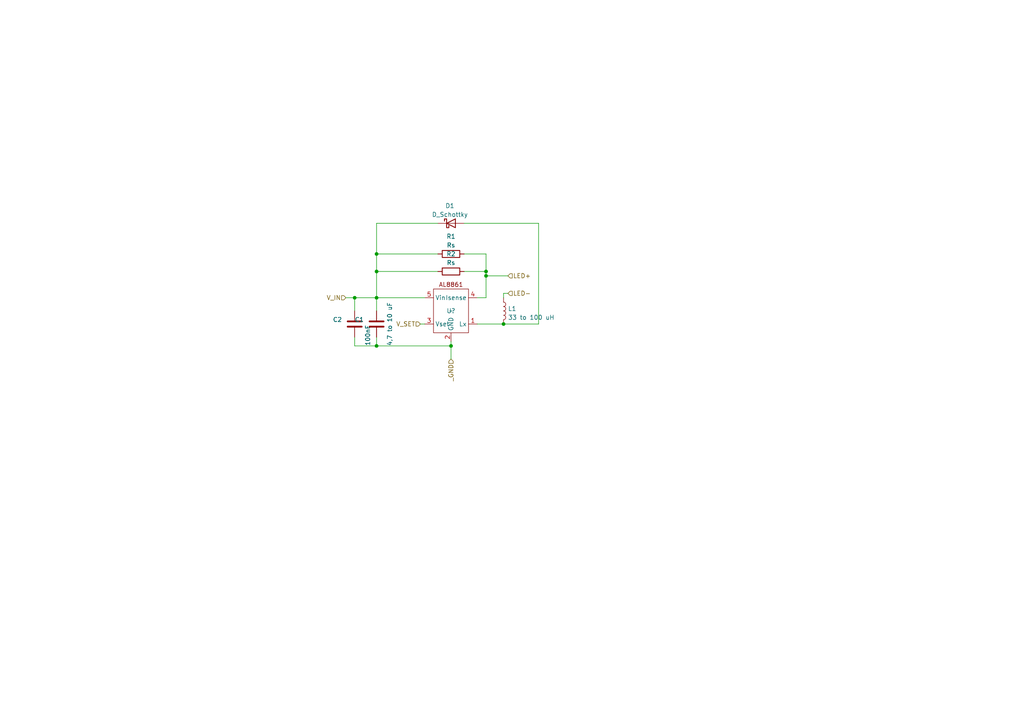
<source format=kicad_sch>
(kicad_sch (version 20230121) (generator eeschema)
  (paper "A4")
  (lib_symbols
    (symbol "1_meins:AL8861"
      (property "Reference" "U" (at 0 0 0))
      (symbol "AL8861_0_1"
        (rectangle (start -5.08 6.35) (end 5.08 -6.35))
      )
      (symbol "AL8861_1_1"
        (text "AL8861" (at 0 7.62 0) (effects (font (size 1.27 1.27))))
        (pin power_out line (at 7.62 -3.81 180) (length 2.54) (name "Lx") (number "1"))
        (pin power_in line (at 0 -8.89 90) (length 2.54) (name "GND") (number "2"))
        (pin input line (at -7.62 -3.81 0) (length 2.54) (name "Vset") (number "3"))
        (pin input line (at 7.62 3.81 180) (length 2.54) (name "Isense") (number "4"))
        (pin power_in line (at -7.62 3.81 0) (length 2.54) (name "Vin") (number "5"))
      )
    )
    (symbol "Device:C" (pin_numbers hide) (pin_names (offset 0.254))
      (property "Reference" "C" (at 0.635 2.54 0))
      (property "Value" "C" (at 0.635 -2.54 0))
      (symbol "C_0_1"
        (polyline (pts (xy -2.032 -0.762) (xy 2.032 -0.762)) (stroke (width 0.508)))
        (polyline (pts (xy -2.032 0.762) (xy 2.032 0.762)) (stroke (width 0.508)))
      )
      (symbol "C_1_1"
        (pin passive line (at 0 3.81 270) (length 2.794) (name "~") (number "1"))
        (pin passive line (at 0 -3.81 90) (length 2.794) (name "~") (number "2"))
      )
    )
    (symbol "Device:D_Schottky" (pin_numbers hide) (pin_names (offset 1.016) hide)
      (property "Reference" "D" (at 0 2.54 0))
      (property "Value" "D_Schottky" (at 0 -2.54 0))
      (symbol "D_Schottky_0_1"
        (polyline (pts (xy 1.27 0) (xy -1.27 0)))
        (polyline (pts (xy 1.27 1.27) (xy 1.27 -1.27) (xy -1.27 0) (xy 1.27 1.27)) (stroke (width 0.254)))
        (polyline (pts (xy -1.905 0.635) (xy -1.905 1.27) (xy -1.27 1.27) (xy -1.27 -1.27) (xy -0.635 -1.27) (xy -0.635 -0.635)) (stroke (width 0.254)))
      )
      (symbol "D_Schottky_1_1"
        (pin passive line (at -3.81 0 0) (length 2.54) (name "K") (number "1"))
        (pin passive line (at 3.81 0 180) (length 2.54) (name "A") (number "2"))
      )
    )
    (symbol "Device:L" (pin_numbers hide) (pin_names (offset 1.016) hide)
      (property "Reference" "L" (at -1.27 0 90))
      (property "Value" "L" (at 1.905 0 90))
      (symbol "L_0_1"
        (arc (start 0 -2.54) (mid 0.6323 -1.905) (end 0 -1.27))
        (arc (start 0 -1.27) (mid 0.6323 -0.635) (end 0 0))
        (arc (start 0 0) (mid 0.6323 0.635) (end 0 1.27))
        (arc (start 0 1.27) (mid 0.6323 1.905) (end 0 2.54))
      )
      (symbol "L_1_1"
        (pin passive line (at 0 3.81 270) (length 1.27) (name "1") (number "1"))
        (pin passive line (at 0 -3.81 90) (length 1.27) (name "2") (number "2"))
      )
    )
    (symbol "Device:R" (pin_numbers hide) (pin_names (offset 0))
      (property "Reference" "R" (at 2.032 0 90))
      (property "Value" "R" (at 0 0 90))
      (symbol "R_0_1"
        (rectangle (start -1.016 -2.54) (end 1.016 2.54) (stroke (width 0.254)))
      )
      (symbol "R_1_1"
        (pin passive line (at 0 3.81 270) (length 1.27) (name "~") (number "1"))
        (pin passive line (at 0 -3.81 90) (length 1.27) (name "~") (number "2"))
      )
    )
  )
  (junction (at 109.22 100.33))
  (junction (at 140.97 78.74))
  (junction (at 146.05 93.98))
  (junction (at 130.81 100.33))
  (junction (at 102.87 86.36))
  (junction (at 109.22 73.66))
  (junction (at 109.22 78.74))
  (junction (at 109.22 86.36))
  (junction (at 140.97 80.01))
  (wire (pts (xy 146.05 93.98) (xy 156.21 93.98)))
  (wire (pts (xy 102.87 100.33) (xy 109.22 100.33)))
  (wire (pts (xy 102.87 97.79) (xy 102.87 100.33)))
  (wire (pts (xy 134.62 78.74) (xy 140.97 78.74)))
  (wire (pts (xy 146.05 85.09) (xy 146.05 86.36)))
  (wire (pts (xy 109.22 86.36) (xy 109.22 90.17)))
  (wire (pts (xy 138.43 86.36) (xy 140.97 86.36)))
  (wire (pts (xy 121.92 93.98) (xy 123.19 93.98)))
  (wire (pts (xy 109.22 86.36) (xy 109.22 78.74)))
  (wire (pts (xy 109.22 64.77) (xy 127 64.77)))
  (wire (pts (xy 130.81 100.33) (xy 130.81 104.14)))
  (wire (pts (xy 109.22 86.36) (xy 123.19 86.36)))
  (wire (pts (xy 134.62 64.77) (xy 156.21 64.77)))
  (wire (pts (xy 109.22 97.79) (xy 109.22 100.33)))
  (wire (pts (xy 109.22 78.74) (xy 109.22 73.66)))
  (wire (pts (xy 140.97 80.01) (xy 147.32 80.01)))
  (wire (pts (xy 134.62 73.66) (xy 140.97 73.66)))
  (wire (pts (xy 102.87 86.36) (xy 109.22 86.36)))
  (wire (pts (xy 130.81 99.06) (xy 130.81 100.33)))
  (wire (pts (xy 140.97 73.66) (xy 140.97 78.74)))
  (wire (pts (xy 109.22 73.66) (xy 127 73.66)))
  (wire (pts (xy 140.97 86.36) (xy 140.97 80.01)))
  (wire (pts (xy 109.22 78.74) (xy 127 78.74)))
  (wire (pts (xy 109.22 73.66) (xy 109.22 64.77)))
  (wire (pts (xy 102.87 90.17) (xy 102.87 86.36)))
  (wire (pts (xy 109.22 100.33) (xy 130.81 100.33)))
  (wire (pts (xy 140.97 78.74) (xy 140.97 80.01)))
  (wire (pts (xy 156.21 64.77) (xy 156.21 93.98)))
  (wire (pts (xy 147.32 85.09) (xy 146.05 85.09)))
  (wire (pts (xy 138.43 93.98) (xy 146.05 93.98)))
  (wire (pts (xy 100.33 86.36) (xy 102.87 86.36)))
  (hierarchical_label "V_IN" (shape input) (at 100.33 86.36 180))
  (hierarchical_label "V_SET" (shape input) (at 121.92 93.98 180))
  (hierarchical_label "LED+" (shape input) (at 147.32 80.01 0))
  (hierarchical_label "_GND" (shape input) (at 130.81 104.14 270))
  (hierarchical_label "LED-" (shape input) (at 147.32 85.09 0))
  (symbol (lib_id "1_meins:AL8861") (at 130.81 90.17 0) (unit 1)
    (property "Reference" "U?" (at 130.81 90.17 0))
    (property "Value" "~" (at 130.81 90.17 0))
    (property "Footprint" "Package_TO_SOT_SMD:SOT-89-5_Handsoldering" (effects hide))
    (property "Datasheet" "https://datasheet.lcsc.com/lcsc/2110111830_Diodes-Incorporated-AL8861Y-13_C507867.pdf" (effects hide))
    (instances (project "UV_LED" (path "" (reference "U?") (unit 1)) (path "" (reference "U1") (unit 1))))
  )
  (symbol (lib_id "Device:C") (at 109.22 93.98 0) (unit 1)
    (property "Reference" "C1" (at 102.87 92.71 0) (effects (justify left)))
    (property "Value" "4,7 to 10 uF" (at 113.03 100.33 90) (effects (justify left)))
    (property "Footprint" "Capacitor_SMD:C_1210_3225Metric_Pad1.33x2.70mm_HandSolder" (effects hide))
  )
  (symbol (lib_id "Device:D_Schottky") (at 130.81 64.77 0) (unit 1)
    (property "Reference" "D1" (at 130.4925 59.69 0))
    (property "Value" "D_Schottky" (at 130.4925 62.23 0))
    (property "Footprint" "Diode_SMD:D_SMA_Handsoldering" (effects hide))
  )
  (symbol (lib_id "Device:R") (at 130.81 78.74 90) (unit 1)
    (property "Reference" "R2" (at 130.81 73.66 90))
    (property "Value" "Rs" (at 130.81 76.2 90))
    (property "Footprint" "Resistor_SMD:R_1206_3216Metric_Pad1.30x1.75mm_HandSolder" (effects hide))
  )
  (symbol (lib_id "Device:R") (at 130.81 73.66 90) (unit 1)
    (property "Reference" "R1" (at 130.81 68.58 90))
    (property "Value" "Rs" (at 130.81 71.12 90))
    (property "Footprint" "Resistor_SMD:R_1206_3216Metric_Pad1.30x1.75mm_HandSolder" (effects hide))
  )
  (symbol (lib_id "Device:L") (at 146.05 90.17 0) (unit 1)
    (property "Reference" "L1" (at 147.32 89.535 0) (effects (justify left)))
    (property "Value" "33 to 100 uH " (at 147.32 92.075 0) (effects (justify left)))
    (property "Footprint" "Inductor_SMD:L_12x12mm_H4.5mm" (effects hide))
  )
  (symbol (lib_id "Device:C") (at 102.87 93.98 0) (unit 1)
    (property "Reference" "C2" (at 96.52 92.71 0) (effects (justify left)))
    (property "Value" "100nF" (at 106.68 100.33 90) (effects (justify left)))
    (property "Footprint" "Capacitor_SMD:C_0805_2012Metric_Pad1.18x1.45mm_HandSolder" (effects hide))
  )
)
</source>
